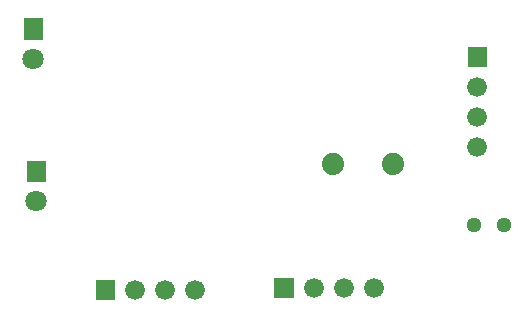
<source format=gbs>
G04 Layer: BottomSolderMaskLayer*
G04 EasyEDA v6.4.23, 2021-09-04T13:09:10+03:00*
G04 0f8cf0c998764ff9a69fd8a390fcb069,e35e2ce9ff7a437f96666ecb9555ba6e,10*
G04 Gerber Generator version 0.2*
G04 Scale: 100 percent, Rotated: No, Reflected: No *
G04 Dimensions in millimeters *
G04 leading zeros omitted , absolute positions ,4 integer and 5 decimal *
%FSLAX45Y45*%
%MOMM*%

%ADD28C,1.6764*%
%ADD30C,1.2954*%
%ADD33C,1.8796*%
%ADD35C,1.8016*%

%LPD*%
G36*
X2964179Y1567179D02*
G01*
X2964179Y1734820D01*
X3131820Y1734820D01*
X3131820Y1567179D01*
G37*
D28*
G01*
X3302000Y1651000D03*
G01*
X3556000Y1651000D03*
G01*
X3810000Y1651000D03*
G36*
X4602479Y3522979D02*
G01*
X4602479Y3690620D01*
X4770120Y3690620D01*
X4770120Y3522979D01*
G37*
G01*
X4686300Y3352800D03*
G01*
X4686300Y3098800D03*
G01*
X4686300Y2844800D03*
D30*
G01*
X4660900Y2184400D03*
G01*
X4914900Y2184400D03*
D33*
G01*
X3467100Y2705100D03*
G01*
X3975100Y2705100D03*
G36*
X843279Y3757929D02*
G01*
X843279Y3938270D01*
X1010920Y3938270D01*
X1010920Y3757929D01*
G37*
D35*
G01*
X927100Y3594100D03*
G36*
X868679Y2551429D02*
G01*
X868679Y2731770D01*
X1036320Y2731770D01*
X1036320Y2551429D01*
G37*
G01*
X952500Y2387600D03*
G36*
X1452879Y1554479D02*
G01*
X1452879Y1722120D01*
X1620520Y1722120D01*
X1620520Y1554479D01*
G37*
D28*
G01*
X1790700Y1638300D03*
G01*
X2044700Y1638300D03*
G01*
X2298700Y1638300D03*
M02*

</source>
